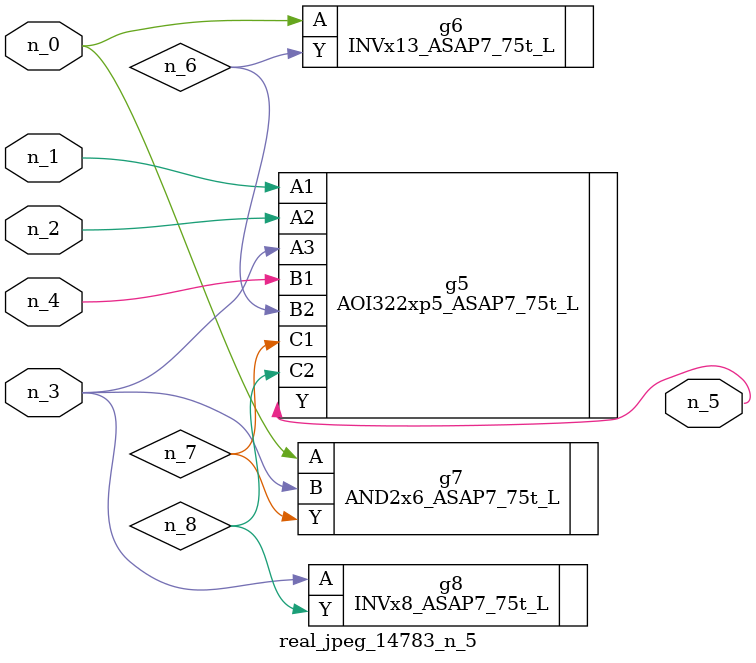
<source format=v>
module real_jpeg_14783_n_5 (n_4, n_0, n_1, n_2, n_3, n_5);

input n_4;
input n_0;
input n_1;
input n_2;
input n_3;

output n_5;

wire n_8;
wire n_6;
wire n_7;

INVx13_ASAP7_75t_L g6 ( 
.A(n_0),
.Y(n_6)
);

AND2x6_ASAP7_75t_L g7 ( 
.A(n_0),
.B(n_3),
.Y(n_7)
);

AOI322xp5_ASAP7_75t_L g5 ( 
.A1(n_1),
.A2(n_2),
.A3(n_3),
.B1(n_4),
.B2(n_6),
.C1(n_7),
.C2(n_8),
.Y(n_5)
);

INVx8_ASAP7_75t_L g8 ( 
.A(n_3),
.Y(n_8)
);


endmodule
</source>
